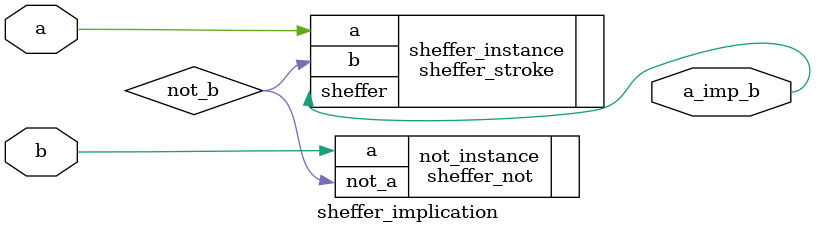
<source format=sv>
module sheffer_implication(
    input logic a,
    input logic b,
    output logic a_imp_b
);
    logic not_b;
    sheffer_not not_instance(
        .a(b),
        .not_a(not_b)
    );
    sheffer_stroke sheffer_instance(
        .a(a),
        .b(not_b),
        .sheffer(a_imp_b)
    );
endmodule

</source>
